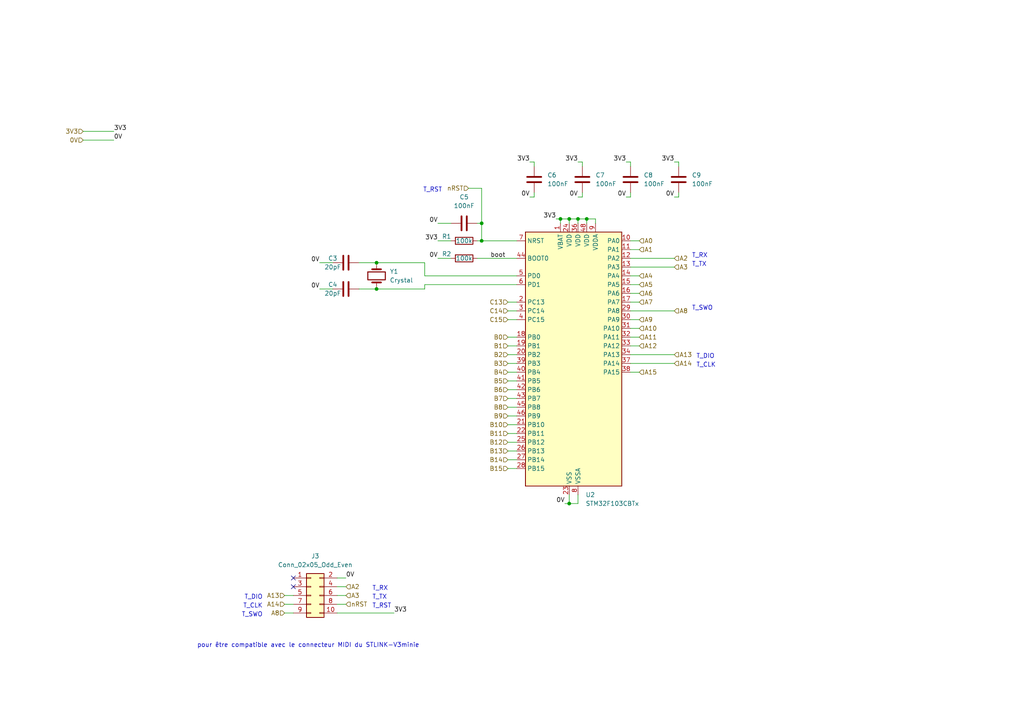
<source format=kicad_sch>
(kicad_sch (version 20231120) (generator "eeschema") (generator_version "8.0")
  (paper "A4")
  (lib_symbols
    (symbol "Connector_Generic:Conn_02x05_Odd_Even" (pin_names (offset 1.016) hide)
      (property "Reference" "J" (at 1.27 7.62 0))
      (property "Value" "Conn_02x05_Odd_Even" (at 1.27 -7.62 0))
      (symbol "Conn_02x05_Odd_Even_1_1"
        (rectangle (start -1.27 -4.953) (end 0 -5.207) (stroke (width 0.1524)))
        (rectangle (start -1.27 -2.413) (end 0 -2.667) (stroke (width 0.1524)))
        (rectangle (start -1.27 0.127) (end 0 -0.127) (stroke (width 0.1524)))
        (rectangle (start -1.27 2.667) (end 0 2.413) (stroke (width 0.1524)))
        (rectangle (start -1.27 5.207) (end 0 4.953) (stroke (width 0.1524)))
        (rectangle (start -1.27 6.35) (end 3.81 -6.35) (stroke (width 0.254)) (fill (type background)))
        (rectangle (start 3.81 -4.953) (end 2.54 -5.207) (stroke (width 0.1524)))
        (rectangle (start 3.81 -2.413) (end 2.54 -2.667) (stroke (width 0.1524)))
        (rectangle (start 3.81 0.127) (end 2.54 -0.127) (stroke (width 0.1524)))
        (rectangle (start 3.81 2.667) (end 2.54 2.413) (stroke (width 0.1524)))
        (rectangle (start 3.81 5.207) (end 2.54 4.953) (stroke (width 0.1524)))
        (pin passive line (at -5.08 5.08 0) (length 3.81) (name "Pin_1") (number "1"))
        (pin passive line (at 7.62 -5.08 180) (length 3.81) (name "Pin_10") (number "10"))
        (pin passive line (at 7.62 5.08 180) (length 3.81) (name "Pin_2") (number "2"))
        (pin passive line (at -5.08 2.54 0) (length 3.81) (name "Pin_3") (number "3"))
        (pin passive line (at 7.62 2.54 180) (length 3.81) (name "Pin_4") (number "4"))
        (pin passive line (at -5.08 0 0) (length 3.81) (name "Pin_5") (number "5"))
        (pin passive line (at 7.62 0 180) (length 3.81) (name "Pin_6") (number "6"))
        (pin passive line (at -5.08 -2.54 0) (length 3.81) (name "Pin_7") (number "7"))
        (pin passive line (at 7.62 -2.54 180) (length 3.81) (name "Pin_8") (number "8"))
        (pin passive line (at -5.08 -5.08 0) (length 3.81) (name "Pin_9") (number "9"))
      )
    )
    (symbol "Device:C" (pin_numbers hide) (pin_names (offset 0.254))
      (property "Reference" "C" (at 0.635 2.54 0))
      (property "Value" "C" (at 0.635 -2.54 0))
      (symbol "C_0_1"
        (polyline (pts (xy -2.032 -0.762) (xy 2.032 -0.762)) (stroke (width 0.508)))
        (polyline (pts (xy -2.032 0.762) (xy 2.032 0.762)) (stroke (width 0.508)))
      )
      (symbol "C_1_1"
        (pin passive line (at 0 3.81 270) (length 2.794) (name "~") (number "1"))
        (pin passive line (at 0 -3.81 90) (length 2.794) (name "~") (number "2"))
      )
    )
    (symbol "Device:Crystal" (pin_numbers hide) (pin_names (offset 1.016) hide)
      (property "Reference" "Y" (at 0 3.81 0))
      (property "Value" "Crystal" (at 0 -3.81 0))
      (symbol "Crystal_0_1"
        (rectangle (start -1.143 2.54) (end 1.143 -2.54) (stroke (width 0.3048)))
        (polyline (pts (xy -2.54 0) (xy -1.905 0)))
        (polyline (pts (xy -1.905 -1.27) (xy -1.905 1.27)) (stroke (width 0.508)))
        (polyline (pts (xy 1.905 -1.27) (xy 1.905 1.27)) (stroke (width 0.508)))
        (polyline (pts (xy 2.54 0) (xy 1.905 0)))
      )
      (symbol "Crystal_1_1"
        (pin passive line (at -3.81 0 0) (length 1.27) (name "1") (number "1"))
        (pin passive line (at 3.81 0 180) (length 1.27) (name "2") (number "2"))
      )
    )
    (symbol "Device:R" (pin_numbers hide) (pin_names (offset 0))
      (property "Reference" "R" (at 2.032 0 90))
      (property "Value" "R" (at 0 0 90))
      (symbol "R_0_1"
        (rectangle (start -1.016 -2.54) (end 1.016 2.54) (stroke (width 0.254)))
      )
      (symbol "R_1_1"
        (pin passive line (at 0 3.81 270) (length 1.27) (name "~") (number "1"))
        (pin passive line (at 0 -3.81 90) (length 1.27) (name "~") (number "2"))
      )
    )
    (symbol "MCU_ST_STM32F1:STM32F103CBTx"
      (property "Reference" "U" (at -12.7 39.37 0))
      (property "Value" "STM32F103CBTx" (at 10.16 39.37 0))
      (symbol "STM32F103CBTx_0_1"
        (rectangle (start -12.7 -35.56) (end 15.24 38.1) (stroke (width 0.254)) (fill (type background)))
      )
      (symbol "STM32F103CBTx_1_1"
        (pin power_in line (at -2.54 40.64 270) (length 2.54) (name "VBAT") (number "1"))
        (pin bidirectional line (at 17.78 35.56 180) (length 2.54) (name "PA0") (number "10"))
        (pin bidirectional line (at 17.78 33.02 180) (length 2.54) (name "PA1") (number "11"))
        (pin bidirectional line (at 17.78 30.48 180) (length 2.54) (name "PA2") (number "12"))
        (pin bidirectional line (at 17.78 27.94 180) (length 2.54) (name "PA3") (number "13"))
        (pin bidirectional line (at 17.78 25.4 180) (length 2.54) (name "PA4") (number "14"))
        (pin bidirectional line (at 17.78 22.86 180) (length 2.54) (name "PA5") (number "15"))
        (pin bidirectional line (at 17.78 20.32 180) (length 2.54) (name "PA6") (number "16"))
        (pin bidirectional line (at 17.78 17.78 180) (length 2.54) (name "PA7") (number "17"))
        (pin bidirectional line (at -15.24 7.62 0) (length 2.54) (name "PB0") (number "18"))
        (pin bidirectional line (at -15.24 5.08 0) (length 2.54) (name "PB1") (number "19"))
        (pin bidirectional line (at -15.24 17.78 0) (length 2.54) (name "PC13") (number "2"))
        (pin bidirectional line (at -15.24 2.54 0) (length 2.54) (name "PB2") (number "20"))
        (pin bidirectional line (at -15.24 -17.78 0) (length 2.54) (name "PB10") (number "21"))
        (pin bidirectional line (at -15.24 -20.32 0) (length 2.54) (name "PB11") (number "22"))
        (pin power_in line (at 0 -38.1 90) (length 2.54) (name "VSS") (number "23"))
        (pin power_in line (at 0 40.64 270) (length 2.54) (name "VDD") (number "24"))
        (pin bidirectional line (at -15.24 -22.86 0) (length 2.54) (name "PB12") (number "25"))
        (pin bidirectional line (at -15.24 -25.4 0) (length 2.54) (name "PB13") (number "26"))
        (pin bidirectional line (at -15.24 -27.94 0) (length 2.54) (name "PB14") (number "27"))
        (pin bidirectional line (at -15.24 -30.48 0) (length 2.54) (name "PB15") (number "28"))
        (pin bidirectional line (at 17.78 15.24 180) (length 2.54) (name "PA8") (number "29"))
        (pin bidirectional line (at -15.24 15.24 0) (length 2.54) (name "PC14") (number "3"))
        (pin bidirectional line (at 17.78 12.7 180) (length 2.54) (name "PA9") (number "30"))
        (pin bidirectional line (at 17.78 10.16 180) (length 2.54) (name "PA10") (number "31"))
        (pin bidirectional line (at 17.78 7.62 180) (length 2.54) (name "PA11") (number "32"))
        (pin bidirectional line (at 17.78 5.08 180) (length 2.54) (name "PA12") (number "33"))
        (pin bidirectional line (at 17.78 2.54 180) (length 2.54) (name "PA13") (number "34"))
        (pin passive line (at 0 -38.1 90) (length 2.54) hide (name "VSS") (number "35"))
        (pin power_in line (at 2.54 40.64 270) (length 2.54) (name "VDD") (number "36"))
        (pin bidirectional line (at 17.78 0 180) (length 2.54) (name "PA14") (number "37"))
        (pin bidirectional line (at 17.78 -2.54 180) (length 2.54) (name "PA15") (number "38"))
        (pin bidirectional line (at -15.24 0 0) (length 2.54) (name "PB3") (number "39"))
        (pin bidirectional line (at -15.24 12.7 0) (length 2.54) (name "PC15") (number "4"))
        (pin bidirectional line (at -15.24 -2.54 0) (length 2.54) (name "PB4") (number "40"))
        (pin bidirectional line (at -15.24 -5.08 0) (length 2.54) (name "PB5") (number "41"))
        (pin bidirectional line (at -15.24 -7.62 0) (length 2.54) (name "PB6") (number "42"))
        (pin bidirectional line (at -15.24 -10.16 0) (length 2.54) (name "PB7") (number "43"))
        (pin input line (at -15.24 30.48 0) (length 2.54) (name "BOOT0") (number "44"))
        (pin bidirectional line (at -15.24 -12.7 0) (length 2.54) (name "PB8") (number "45"))
        (pin bidirectional line (at -15.24 -15.24 0) (length 2.54) (name "PB9") (number "46"))
        (pin passive line (at 0 -38.1 90) (length 2.54) hide (name "VSS") (number "47"))
        (pin power_in line (at 5.08 40.64 270) (length 2.54) (name "VDD") (number "48"))
        (pin bidirectional line (at -15.24 25.4 0) (length 2.54) (name "PD0") (number "5"))
        (pin bidirectional line (at -15.24 22.86 0) (length 2.54) (name "PD1") (number "6"))
        (pin input line (at -15.24 35.56 0) (length 2.54) (name "NRST") (number "7"))
        (pin power_in line (at 2.54 -38.1 90) (length 2.54) (name "VSSA") (number "8"))
        (pin power_in line (at 7.62 40.64 270) (length 2.54) (name "VDDA") (number "9"))
      )
    )
  )
  (junction (at 139.7 69.85))
  (junction (at 165.1 146.05))
  (junction (at 139.7 64.77))
  (junction (at 165.1 63.5))
  (junction (at 109.22 76.2))
  (junction (at 109.22 83.82))
  (junction (at 170.18 63.5))
  (junction (at 167.64 63.5))
  (junction (at 162.56 63.5))
  (no_connect (at 85.09 170.18))
  (no_connect (at 85.09 167.64))
  (wire (pts (xy 161.29 63.5) (xy 162.56 63.5)))
  (wire (pts (xy 97.79 172.72) (xy 100.33 172.72)))
  (wire (pts (xy 147.32 123.19) (xy 149.86 123.19)))
  (wire (pts (xy 147.32 107.95) (xy 149.86 107.95)))
  (wire (pts (xy 165.1 63.5) (xy 165.1 64.77)))
  (wire (pts (xy 138.43 74.93) (xy 149.86 74.93)))
  (wire (pts (xy 97.79 175.26) (xy 100.33 175.26)))
  (wire (pts (xy 127 74.93) (xy 130.81 74.93)))
  (wire (pts (xy 147.32 102.87) (xy 149.86 102.87)))
  (wire (pts (xy 92.71 76.2) (xy 96.52 76.2)))
  (wire (pts (xy 147.32 130.81) (xy 149.86 130.81)))
  (wire (pts (xy 170.18 63.5) (xy 172.72 63.5)))
  (wire (pts (xy 147.32 113.03) (xy 149.86 113.03)))
  (wire (pts (xy 147.32 110.49) (xy 149.86 110.49)))
  (wire (pts (xy 153.67 46.99) (xy 154.94 46.99)))
  (wire (pts (xy 104.14 83.82) (xy 109.22 83.82)))
  (wire (pts (xy 147.32 100.33) (xy 149.86 100.33)))
  (wire (pts (xy 196.85 46.99) (xy 196.85 48.26)))
  (wire (pts (xy 82.55 172.72) (xy 85.09 172.72)))
  (wire (pts (xy 123.19 83.82) (xy 123.19 82.55)))
  (wire (pts (xy 138.43 64.77) (xy 139.7 64.77)))
  (wire (pts (xy 154.94 46.99) (xy 154.94 48.26)))
  (wire (pts (xy 163.83 146.05) (xy 165.1 146.05)))
  (wire (pts (xy 123.19 76.2) (xy 123.19 80.01)))
  (wire (pts (xy 139.7 69.85) (xy 149.86 69.85)))
  (wire (pts (xy 182.88 100.33) (xy 185.42 100.33)))
  (wire (pts (xy 165.1 146.05) (xy 167.64 146.05)))
  (wire (pts (xy 182.88 105.41) (xy 195.58 105.41)))
  (wire (pts (xy 182.88 97.79) (xy 185.42 97.79)))
  (wire (pts (xy 182.88 82.55) (xy 185.42 82.55)))
  (wire (pts (xy 82.55 177.8) (xy 85.09 177.8)))
  (wire (pts (xy 147.32 92.71) (xy 149.86 92.71)))
  (wire (pts (xy 154.94 57.15) (xy 154.94 55.88)))
  (wire (pts (xy 147.32 87.63) (xy 149.86 87.63)))
  (wire (pts (xy 182.88 102.87) (xy 195.58 102.87)))
  (wire (pts (xy 195.58 46.99) (xy 196.85 46.99)))
  (wire (pts (xy 147.32 105.41) (xy 149.86 105.41)))
  (wire (pts (xy 182.88 107.95) (xy 185.42 107.95)))
  (wire (pts (xy 153.67 57.15) (xy 154.94 57.15)))
  (wire (pts (xy 147.32 90.17) (xy 149.86 90.17)))
  (wire (pts (xy 147.32 133.35) (xy 149.86 133.35)))
  (wire (pts (xy 109.22 83.82) (xy 123.19 83.82)))
  (wire (pts (xy 24.13 38.1) (xy 33.02 38.1)))
  (wire (pts (xy 182.88 80.01) (xy 185.42 80.01)))
  (wire (pts (xy 182.88 46.99) (xy 182.88 48.26)))
  (wire (pts (xy 168.91 46.99) (xy 168.91 48.26)))
  (wire (pts (xy 167.64 46.99) (xy 168.91 46.99)))
  (wire (pts (xy 182.88 77.47) (xy 195.58 77.47)))
  (wire (pts (xy 165.1 143.51) (xy 165.1 146.05)))
  (wire (pts (xy 181.61 46.99) (xy 182.88 46.99)))
  (wire (pts (xy 170.18 63.5) (xy 170.18 64.77)))
  (wire (pts (xy 182.88 92.71) (xy 185.42 92.71)))
  (wire (pts (xy 135.89 54.61) (xy 139.7 54.61)))
  (wire (pts (xy 182.88 95.25) (xy 185.42 95.25)))
  (wire (pts (xy 82.55 175.26) (xy 85.09 175.26)))
  (wire (pts (xy 147.32 128.27) (xy 149.86 128.27)))
  (wire (pts (xy 167.64 57.15) (xy 168.91 57.15)))
  (wire (pts (xy 172.72 63.5) (xy 172.72 64.77)))
  (wire (pts (xy 182.88 90.17) (xy 195.58 90.17)))
  (wire (pts (xy 127 69.85) (xy 130.81 69.85)))
  (wire (pts (xy 167.64 143.51) (xy 167.64 146.05)))
  (wire (pts (xy 138.43 69.85) (xy 139.7 69.85)))
  (wire (pts (xy 167.64 63.5) (xy 167.64 64.77)))
  (wire (pts (xy 24.13 40.64) (xy 33.02 40.64)))
  (wire (pts (xy 147.32 125.73) (xy 149.86 125.73)))
  (wire (pts (xy 182.88 85.09) (xy 185.42 85.09)))
  (wire (pts (xy 147.32 115.57) (xy 149.86 115.57)))
  (wire (pts (xy 181.61 57.15) (xy 182.88 57.15)))
  (wire (pts (xy 127 64.77) (xy 130.81 64.77)))
  (wire (pts (xy 168.91 57.15) (xy 168.91 55.88)))
  (wire (pts (xy 182.88 87.63) (xy 185.42 87.63)))
  (wire (pts (xy 123.19 80.01) (xy 149.86 80.01)))
  (wire (pts (xy 195.58 57.15) (xy 196.85 57.15)))
  (wire (pts (xy 147.32 135.89) (xy 149.86 135.89)))
  (wire (pts (xy 97.79 170.18) (xy 100.33 170.18)))
  (wire (pts (xy 147.32 97.79) (xy 149.86 97.79)))
  (wire (pts (xy 182.88 69.85) (xy 185.42 69.85)))
  (wire (pts (xy 147.32 118.11) (xy 149.86 118.11)))
  (wire (pts (xy 147.32 120.65) (xy 149.86 120.65)))
  (wire (pts (xy 139.7 54.61) (xy 139.7 64.77)))
  (wire (pts (xy 123.19 82.55) (xy 149.86 82.55)))
  (wire (pts (xy 104.14 76.2) (xy 109.22 76.2)))
  (wire (pts (xy 182.88 57.15) (xy 182.88 55.88)))
  (wire (pts (xy 92.71 83.82) (xy 96.52 83.82)))
  (wire (pts (xy 182.88 74.93) (xy 195.58 74.93)))
  (wire (pts (xy 196.85 57.15) (xy 196.85 55.88)))
  (wire (pts (xy 139.7 64.77) (xy 139.7 69.85)))
  (wire (pts (xy 182.88 72.39) (xy 185.42 72.39)))
  (wire (pts (xy 109.22 76.2) (xy 123.19 76.2)))
  (wire (pts (xy 167.64 63.5) (xy 170.18 63.5)))
  (wire (pts (xy 97.79 167.64) (xy 100.33 167.64)))
  (wire (pts (xy 162.56 63.5) (xy 162.56 64.77)))
  (wire (pts (xy 97.79 177.8) (xy 114.3 177.8)))
  (wire (pts (xy 165.1 63.5) (xy 167.64 63.5)))
  (wire (pts (xy 162.56 63.5) (xy 165.1 63.5)))
  (text "T_DIO" (at 76.2 173.99 0) (effects (font (size 1.27 1.27)) (justify right bottom)))
  (text "T_TX" (at 107.95 173.99 0) (effects (font (size 1.27 1.27)) (justify left bottom)))
  (text "T_RX" (at 107.95 171.45 0) (effects (font (size 1.27 1.27)) (justify left bottom)))
  (text "T_CLK" (at 76.2 176.53 0) (effects (font (size 1.27 1.27)) (justify right bottom)))
  (text "T_SWO" (at 76.2 179.07 0) (effects (font (size 1.27 1.27)) (justify right bottom)))
  (text "T_CLK" (at 201.93 106.68 0) (effects (font (size 1.27 1.27)) (justify left bottom)))
  (text "T_RX" (at 200.66 74.93 0) (effects (font (size 1.27 1.27)) (justify left bottom)))
  (text "T_SWO" (at 200.66 90.17 0) (effects (font (size 1.27 1.27)) (justify left bottom)))
  (text "pour être compatible avec le connecteur MIDI du STLINK-V3minie\n" (at 57.15 187.96 0) (effects (font (size 1.27 1.27)) (justify left bottom)))
  (text "T_RST" (at 128.27 55.88 0) (effects (font (size 1.27 1.27)) (justify right bottom)))
  (text "T_DIO" (at 201.93 104.14 0) (effects (font (size 1.27 1.27)) (justify left bottom)))
  (text "T_RST" (at 107.95 176.53 0) (effects (font (size 1.27 1.27)) (justify left bottom)))
  (text "T_TX" (at 200.66 77.47 0) (effects (font (size 1.27 1.27)) (justify left bottom)))
  (label "3V3" (at 167.64 46.99 180))
  (label "0V" (at 153.67 57.15 180))
  (label "0V" (at 127 74.93 180))
  (label "0V" (at 195.58 57.15 180))
  (label "3V3" (at 114.3 177.8 0))
  (label "0V" (at 167.64 57.15 180))
  (label "0V" (at 127 64.77 180))
  (label "boot" (at 142.24 74.93 0))
  (label "3V3" (at 195.58 46.99 180))
  (label "3V3" (at 161.29 63.5 180))
  (label "0V" (at 100.33 167.64 0))
  (label "0V" (at 92.71 83.82 180))
  (label "0V" (at 92.71 76.2 180))
  (label "3V3" (at 181.61 46.99 180))
  (label "0V" (at 181.61 57.15 180))
  (label "3V3" (at 127 69.85 180))
  (label "3V3" (at 153.67 46.99 180))
  (label "3V3" (at 33.02 38.1 0))
  (label "0V" (at 163.83 146.05 180))
  (label "0V" (at 33.02 40.64 0))
  (hierarchical_label "B9" (shape input) (at 147.32 120.65 180))
  (hierarchical_label "A12" (shape input) (at 185.42 100.33 0))
  (hierarchical_label "A15" (shape input) (at 185.42 107.95 0))
  (hierarchical_label "3V3" (shape input) (at 24.13 38.1 180))
  (hierarchical_label "B7" (shape input) (at 147.32 115.57 180))
  (hierarchical_label "A4" (shape input) (at 185.42 80.01 0))
  (hierarchical_label "A8" (shape input) (at 82.55 177.8 180))
  (hierarchical_label "A3" (shape input) (at 195.58 77.47 0))
  (hierarchical_label "B0" (shape input) (at 147.32 97.79 180))
  (hierarchical_label "A6" (shape input) (at 185.42 85.09 0))
  (hierarchical_label "A14" (shape input) (at 195.58 105.41 0))
  (hierarchical_label "C15" (shape input) (at 147.32 92.71 180))
  (hierarchical_label "A2" (shape input) (at 100.33 170.18 0))
  (hierarchical_label "A3" (shape input) (at 100.33 172.72 0))
  (hierarchical_label "B2" (shape input) (at 147.32 102.87 180))
  (hierarchical_label "B4" (shape input) (at 147.32 107.95 180))
  (hierarchical_label "A0" (shape input) (at 185.42 69.85 0))
  (hierarchical_label "B1" (shape input) (at 147.32 100.33 180))
  (hierarchical_label "A9" (shape input) (at 185.42 92.71 0))
  (hierarchical_label "B13" (shape input) (at 147.32 130.81 180))
  (hierarchical_label "nRST" (shape input) (at 135.89 54.61 180))
  (hierarchical_label "A14" (shape input) (at 82.55 175.26 180))
  (hierarchical_label "A1" (shape input) (at 185.42 72.39 0))
  (hierarchical_label "B5" (shape input) (at 147.32 110.49 180))
  (hierarchical_label "B10" (shape input) (at 147.32 123.19 180))
  (hierarchical_label "B12" (shape input) (at 147.32 128.27 180))
  (hierarchical_label "C13" (shape input) (at 147.32 87.63 180))
  (hierarchical_label "B11" (shape input) (at 147.32 125.73 180))
  (hierarchical_label "A5" (shape input) (at 185.42 82.55 0))
  (hierarchical_label "A7" (shape input) (at 185.42 87.63 0))
  (hierarchical_label "A10" (shape input) (at 185.42 95.25 0))
  (hierarchical_label "B6" (shape input) (at 147.32 113.03 180))
  (hierarchical_label "B8" (shape input) (at 147.32 118.11 180))
  (hierarchical_label "A13" (shape input) (at 82.55 172.72 180))
  (hierarchical_label "nRST" (shape input) (at 100.33 175.26 0))
  (hierarchical_label "B15" (shape input) (at 147.32 135.89 180))
  (hierarchical_label "A13" (shape input) (at 195.58 102.87 0))
  (hierarchical_label "A2" (shape input) (at 195.58 74.93 0))
  (hierarchical_label "B14" (shape input) (at 147.32 133.35 180))
  (hierarchical_label "0V" (shape input) (at 24.13 40.64 180))
  (hierarchical_label "A11" (shape input) (at 185.42 97.79 0))
  (hierarchical_label "B3" (shape input) (at 147.32 105.41 180))
  (hierarchical_label "C14" (shape input) (at 147.32 90.17 180))
  (hierarchical_label "A8" (shape input) (at 195.58 90.17 0))
  (symbol (lib_id "Device:R") (at 134.62 74.93 90) (unit 1)
    (property "Reference" "R2" (at 129.54 73.66 90))
    (property "Value" "100k" (at 134.62 74.93 90))
    (property "Footprint" "Resistor_SMD:R_0402_1005Metric" (effects (hide yes)))
    (property "LCSC" "C25741" (effects (hide yes)))
  )
  (symbol (lib_id "Device:C") (at 168.91 52.07 180) (unit 1)
    (property "Reference" "C7" (at 172.72 50.8 0) (effects (justify right)))
    (property "Value" "100nF" (at 172.72 53.34 0) (effects (justify right)))
    (property "Footprint" "Capacitor_SMD:C_0402_1005Metric" (effects (hide yes)))
    (property "LCSC" "C1525" (effects (hide yes)))
  )
  (symbol (lib_id "Device:C") (at 100.33 83.82 90) (unit 1)
    (property "Reference" "C4" (at 96.52 82.55 90))
    (property "Value" "20pF" (at 96.52 85.09 90))
    (property "Footprint" "Capacitor_SMD:C_0402_1005Metric" (effects (hide yes)))
    (property "LCSC" "C1554" (effects (hide yes)))
  )
  (symbol (lib_id "Device:Crystal") (at 109.22 80.01 90) (unit 1)
    (property "Reference" "Y1" (at 113.03 78.74 90) (effects (justify right)))
    (property "Value" "Crystal" (at 113.03 81.28 90) (effects (justify right)))
    (property "Footprint" "Crystal:Crystal_SMD_5032-2Pin_5.0x3.2mm" (effects (hide yes)))
    (property "LCSC" "C115962" (effects (hide yes)))
  )
  (symbol (lib_id "Device:C") (at 182.88 52.07 180) (unit 1)
    (property "Reference" "C8" (at 186.69 50.8 0) (effects (justify right)))
    (property "Value" "100nF" (at 186.69 53.34 0) (effects (justify right)))
    (property "Footprint" "Capacitor_SMD:C_0402_1005Metric" (effects (hide yes)))
    (property "LCSC" "C1525" (effects (hide yes)))
  )
  (symbol (lib_id "Device:C") (at 154.94 52.07 180) (unit 1)
    (property "Reference" "C6" (at 158.75 50.8 0) (effects (justify right)))
    (property "Value" "100nF" (at 158.75 53.34 0) (effects (justify right)))
    (property "Footprint" "Capacitor_SMD:C_0402_1005Metric" (effects (hide yes)))
    (property "LCSC" "C1525" (effects (hide yes)))
  )
  (symbol (lib_id "Device:C") (at 196.85 52.07 180) (unit 1)
    (property "Reference" "C9" (at 200.66 50.8 0) (effects (justify right)))
    (property "Value" "100nF" (at 200.66 53.34 0) (effects (justify right)))
    (property "Footprint" "Capacitor_SMD:C_0402_1005Metric" (effects (hide yes)))
    (property "LCSC" "C1525" (effects (hide yes)))
  )
  (symbol (lib_id "MCU_ST_STM32F1:STM32F103CBTx") (at 165.1 105.41 0) (unit 1)
    (property "Reference" "U2" (at 169.8341 143.51 0) (effects (justify left)))
    (property "Value" "STM32F103CBTx" (at 169.8341 146.05 0) (effects (justify left)))
    (property "Footprint" "Package_QFP:LQFP-48_7x7mm_P0.5mm" (effects (hide yes)))
    (property "Datasheet" "https://www.st.com/resource/en/datasheet/stm32f103cb.pdf" (effects (hide yes)))
    (property "LCSC" "C8304" (effects (hide yes)))
  )
  (symbol (lib_id "Connector_Generic:Conn_02x05_Odd_Even") (at 90.17 172.72 0) (unit 1)
    (property "Reference" "J3" (at 91.44 161.29 0))
    (property "Value" "Conn_02x05_Odd_Even" (at 91.44 163.83 0))
    (property "Footprint" "Connector_PinSocket_2.00mm:PinSocket_2x05_P2.00mm_Horizontal" (effects (hide yes)))
  )
  (symbol (lib_id "Device:C") (at 134.62 64.77 90) (unit 1)
    (property "Reference" "C5" (at 134.62 57.15 90))
    (property "Value" "100nF" (at 134.62 59.69 90))
    (property "Footprint" "Capacitor_SMD:C_0402_1005Metric" (effects (hide yes)))
    (property "LCSC" "C1525" (effects (hide yes)))
  )
  (symbol (lib_id "Device:R") (at 134.62 69.85 90) (unit 1)
    (property "Reference" "R1" (at 129.54 68.58 90))
    (property "Value" "100k" (at 134.62 69.85 90))
    (property "Footprint" "Resistor_SMD:R_0402_1005Metric" (effects (hide yes)))
    (property "LCSC" "C25741" (effects (hide yes)))
  )
  (symbol (lib_id "Device:C") (at 100.33 76.2 90) (unit 1)
    (property "Reference" "C3" (at 96.52 74.93 90))
    (property "Value" "20pF" (at 96.52 77.47 90))
    (property "Footprint" "Capacitor_SMD:C_0402_1005Metric" (effects (hide yes)))
    (property "LCSC" "C1554" (effects (hide yes)))
  )
)
</source>
